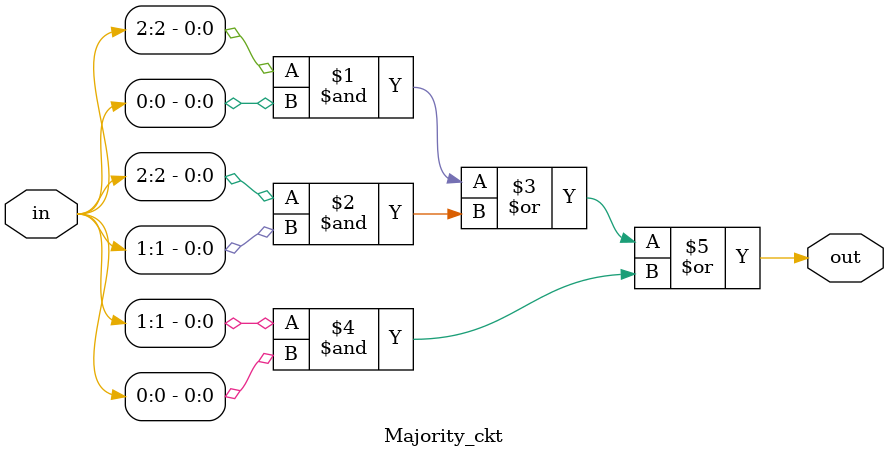
<source format=v>
`timescale 1ns / 1ps


module Majority_ckt(out,in);
input [2:0]in;
output out;
assign out = in[2]&in[0] | in[2]&in[1] | in[1]&in[0];
endmodule

</source>
